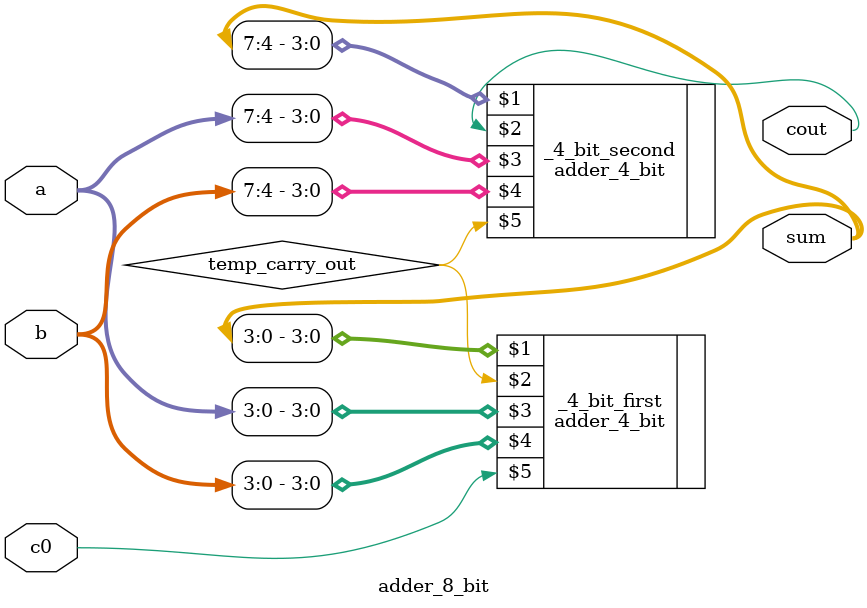
<source format=v>
module adder_8_bit(sum, cout, a, b, c0);

input [7:0]a, b; // 8 bit inputs
input c0; //carry-in of first 1-bit adder
output [7:0] sum;//Sum of all 1-bit adders
output cout; //carry-out
wire temp_carry_out;
adder_4_bit _4_bit_first(sum[3:0], temp_carry_out, a[3:0], b[3:0], c0);
adder_4_bit _4_bit_second(sum[7:4], cout, a[7:4], b[7:4], temp_carry_out);

endmodule
</source>
